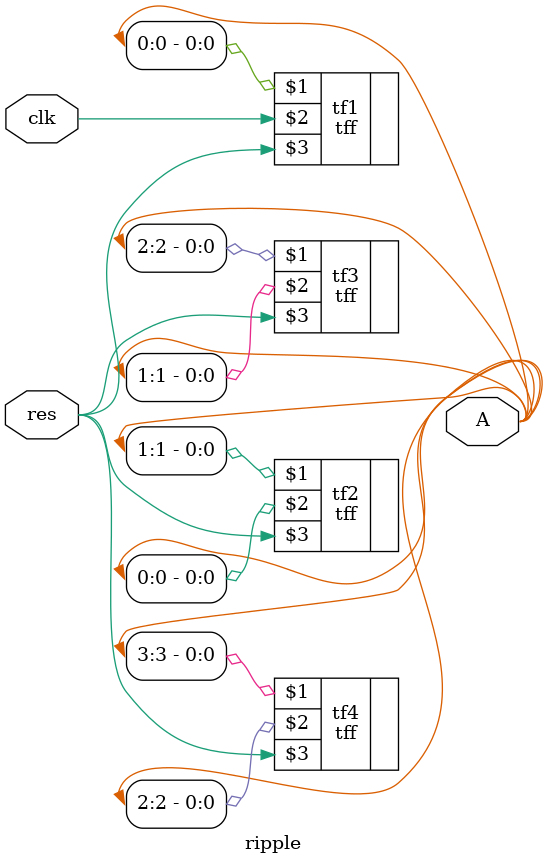
<source format=v>
module ripple(
    output [3:0] A,
    input clk, res
);

tff tf1(A[0], clk, res);
tff tf2(A[1], A[0], res);
tff tf3(A[2], A[1], res);
tff tf4(A[3], A[2], res);

endmodule
</source>
